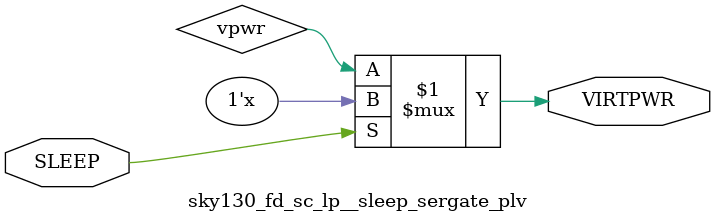
<source format=v>
/*
 * Copyright 2020 The SkyWater PDK Authors
 *
 * Licensed under the Apache License, Version 2.0 (the "License");
 * you may not use this file except in compliance with the License.
 * You may obtain a copy of the License at
 *
 *     https://www.apache.org/licenses/LICENSE-2.0
 *
 * Unless required by applicable law or agreed to in writing, software
 * distributed under the License is distributed on an "AS IS" BASIS,
 * WITHOUT WARRANTIES OR CONDITIONS OF ANY KIND, either express or implied.
 * See the License for the specific language governing permissions and
 * limitations under the License.
 *
 * SPDX-License-Identifier: Apache-2.0
*/


`ifndef SKY130_FD_SC_LP__SLEEP_SERGATE_PLV_FUNCTIONAL_V
`define SKY130_FD_SC_LP__SLEEP_SERGATE_PLV_FUNCTIONAL_V

/**
 * sleep_sergate_plv: connect vpr to virtpwr when not in sleep mode.
 *
 * Verilog simulation functional model.
 */

`timescale 1ns / 1ps
`default_nettype none

`celldefine
module sky130_fd_sc_lp__sleep_sergate_plv (
    VIRTPWR,
    SLEEP
);

    // Module ports
    output VIRTPWR;
    input  SLEEP  ;

    // Local signals
    wire vgnd;
    wire vpwr;

    //       Name       Output   Other arguments
    pulldown pulldown0 (vgnd   );
    bufif0   bufif00   (VIRTPWR, vpwr, SLEEP    );

endmodule
`endcelldefine

`default_nettype wire
`endif  // SKY130_FD_SC_LP__SLEEP_SERGATE_PLV_FUNCTIONAL_V

</source>
